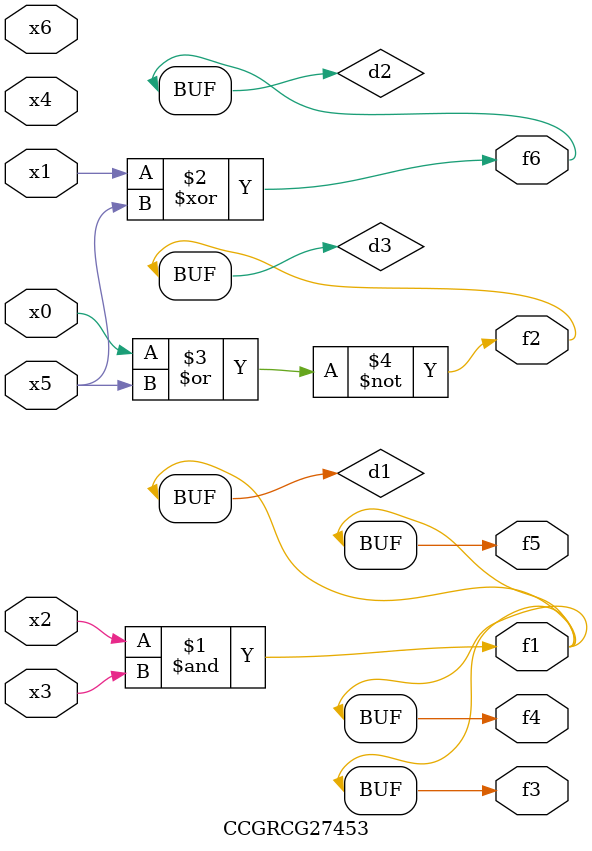
<source format=v>
module CCGRCG27453(
	input x0, x1, x2, x3, x4, x5, x6,
	output f1, f2, f3, f4, f5, f6
);

	wire d1, d2, d3;

	and (d1, x2, x3);
	xor (d2, x1, x5);
	nor (d3, x0, x5);
	assign f1 = d1;
	assign f2 = d3;
	assign f3 = d1;
	assign f4 = d1;
	assign f5 = d1;
	assign f6 = d2;
endmodule

</source>
